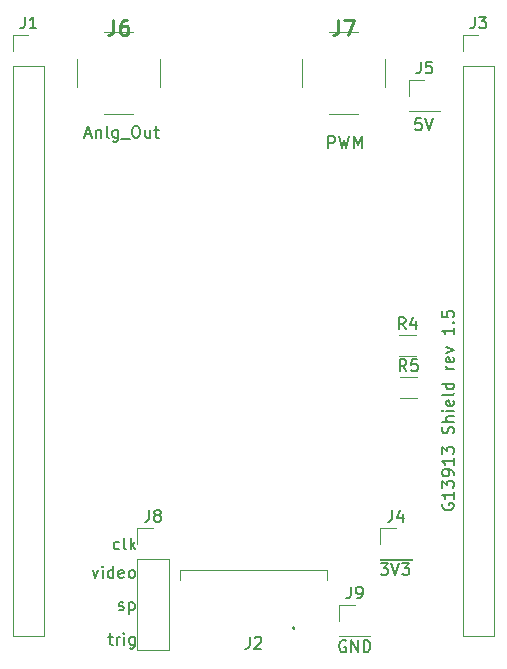
<source format=gbr>
%TF.GenerationSoftware,KiCad,Pcbnew,(5.1.9)-1*%
%TF.CreationDate,2021-08-30T10:52:12+01:00*%
%TF.ProjectId,projecto1,70726f6a-6563-4746-9f31-2e6b69636164,1.5*%
%TF.SameCoordinates,Original*%
%TF.FileFunction,Legend,Top*%
%TF.FilePolarity,Positive*%
%FSLAX46Y46*%
G04 Gerber Fmt 4.6, Leading zero omitted, Abs format (unit mm)*
G04 Created by KiCad (PCBNEW (5.1.9)-1) date 2021-08-30 10:52:12*
%MOMM*%
%LPD*%
G01*
G04 APERTURE LIST*
%ADD10C,0.150000*%
%ADD11C,0.120000*%
%ADD12C,0.200000*%
%ADD13C,0.100000*%
%ADD14C,0.254000*%
G04 APERTURE END LIST*
D10*
X57753404Y-71969380D02*
X58372452Y-71969380D01*
X58039119Y-72350333D01*
X58181976Y-72350333D01*
X58277214Y-72397952D01*
X58324833Y-72445571D01*
X58372452Y-72540809D01*
X58372452Y-72778904D01*
X58324833Y-72874142D01*
X58277214Y-72921761D01*
X58181976Y-72969380D01*
X57896261Y-72969380D01*
X57801023Y-72921761D01*
X57753404Y-72874142D01*
X58658166Y-71969380D02*
X58991500Y-72969380D01*
X59324833Y-71969380D01*
X59562928Y-71969380D02*
X60181976Y-71969380D01*
X59848642Y-72350333D01*
X59991500Y-72350333D01*
X60086738Y-72397952D01*
X60134357Y-72445571D01*
X60181976Y-72540809D01*
X60181976Y-72778904D01*
X60134357Y-72874142D01*
X60086738Y-72921761D01*
X59991500Y-72969380D01*
X59705785Y-72969380D01*
X59610547Y-72921761D01*
X59562928Y-72874142D01*
X35639428Y-70762761D02*
X35544190Y-70810380D01*
X35353714Y-70810380D01*
X35258476Y-70762761D01*
X35210857Y-70715142D01*
X35163238Y-70619904D01*
X35163238Y-70334190D01*
X35210857Y-70238952D01*
X35258476Y-70191333D01*
X35353714Y-70143714D01*
X35544190Y-70143714D01*
X35639428Y-70191333D01*
X36210857Y-70810380D02*
X36115619Y-70762761D01*
X36068000Y-70667523D01*
X36068000Y-69810380D01*
X36591809Y-70810380D02*
X36591809Y-69810380D01*
X36687047Y-70429428D02*
X36972761Y-70810380D01*
X36972761Y-70143714D02*
X36591809Y-70524666D01*
X63000000Y-66935952D02*
X62952380Y-67031190D01*
X62952380Y-67174047D01*
X63000000Y-67316904D01*
X63095238Y-67412142D01*
X63190476Y-67459761D01*
X63380952Y-67507380D01*
X63523809Y-67507380D01*
X63714285Y-67459761D01*
X63809523Y-67412142D01*
X63904761Y-67316904D01*
X63952380Y-67174047D01*
X63952380Y-67078809D01*
X63904761Y-66935952D01*
X63857142Y-66888333D01*
X63523809Y-66888333D01*
X63523809Y-67078809D01*
X63952380Y-65935952D02*
X63952380Y-66507380D01*
X63952380Y-66221666D02*
X62952380Y-66221666D01*
X63095238Y-66316904D01*
X63190476Y-66412142D01*
X63238095Y-66507380D01*
X62952380Y-65602619D02*
X62952380Y-64983571D01*
X63333333Y-65316904D01*
X63333333Y-65174047D01*
X63380952Y-65078809D01*
X63428571Y-65031190D01*
X63523809Y-64983571D01*
X63761904Y-64983571D01*
X63857142Y-65031190D01*
X63904761Y-65078809D01*
X63952380Y-65174047D01*
X63952380Y-65459761D01*
X63904761Y-65555000D01*
X63857142Y-65602619D01*
X63952380Y-64507380D02*
X63952380Y-64316904D01*
X63904761Y-64221666D01*
X63857142Y-64174047D01*
X63714285Y-64078809D01*
X63523809Y-64031190D01*
X63142857Y-64031190D01*
X63047619Y-64078809D01*
X63000000Y-64126428D01*
X62952380Y-64221666D01*
X62952380Y-64412142D01*
X63000000Y-64507380D01*
X63047619Y-64555000D01*
X63142857Y-64602619D01*
X63380952Y-64602619D01*
X63476190Y-64555000D01*
X63523809Y-64507380D01*
X63571428Y-64412142D01*
X63571428Y-64221666D01*
X63523809Y-64126428D01*
X63476190Y-64078809D01*
X63380952Y-64031190D01*
X63952380Y-63078809D02*
X63952380Y-63650238D01*
X63952380Y-63364523D02*
X62952380Y-63364523D01*
X63095238Y-63459761D01*
X63190476Y-63555000D01*
X63238095Y-63650238D01*
X62952380Y-62745476D02*
X62952380Y-62126428D01*
X63333333Y-62459761D01*
X63333333Y-62316904D01*
X63380952Y-62221666D01*
X63428571Y-62174047D01*
X63523809Y-62126428D01*
X63761904Y-62126428D01*
X63857142Y-62174047D01*
X63904761Y-62221666D01*
X63952380Y-62316904D01*
X63952380Y-62602619D01*
X63904761Y-62697857D01*
X63857142Y-62745476D01*
X63904761Y-60983571D02*
X63952380Y-60840714D01*
X63952380Y-60602619D01*
X63904761Y-60507380D01*
X63857142Y-60459761D01*
X63761904Y-60412142D01*
X63666666Y-60412142D01*
X63571428Y-60459761D01*
X63523809Y-60507380D01*
X63476190Y-60602619D01*
X63428571Y-60793095D01*
X63380952Y-60888333D01*
X63333333Y-60935952D01*
X63238095Y-60983571D01*
X63142857Y-60983571D01*
X63047619Y-60935952D01*
X63000000Y-60888333D01*
X62952380Y-60793095D01*
X62952380Y-60555000D01*
X63000000Y-60412142D01*
X63952380Y-59983571D02*
X62952380Y-59983571D01*
X63952380Y-59555000D02*
X63428571Y-59555000D01*
X63333333Y-59602619D01*
X63285714Y-59697857D01*
X63285714Y-59840714D01*
X63333333Y-59935952D01*
X63380952Y-59983571D01*
X63952380Y-59078809D02*
X63285714Y-59078809D01*
X62952380Y-59078809D02*
X63000000Y-59126428D01*
X63047619Y-59078809D01*
X63000000Y-59031190D01*
X62952380Y-59078809D01*
X63047619Y-59078809D01*
X63904761Y-58221666D02*
X63952380Y-58316904D01*
X63952380Y-58507380D01*
X63904761Y-58602619D01*
X63809523Y-58650238D01*
X63428571Y-58650238D01*
X63333333Y-58602619D01*
X63285714Y-58507380D01*
X63285714Y-58316904D01*
X63333333Y-58221666D01*
X63428571Y-58174047D01*
X63523809Y-58174047D01*
X63619047Y-58650238D01*
X63952380Y-57602619D02*
X63904761Y-57697857D01*
X63809523Y-57745476D01*
X62952380Y-57745476D01*
X63952380Y-56793095D02*
X62952380Y-56793095D01*
X63904761Y-56793095D02*
X63952380Y-56888333D01*
X63952380Y-57078809D01*
X63904761Y-57174047D01*
X63857142Y-57221666D01*
X63761904Y-57269285D01*
X63476190Y-57269285D01*
X63380952Y-57221666D01*
X63333333Y-57174047D01*
X63285714Y-57078809D01*
X63285714Y-56888333D01*
X63333333Y-56793095D01*
X63952380Y-55555000D02*
X63285714Y-55555000D01*
X63476190Y-55555000D02*
X63380952Y-55507380D01*
X63333333Y-55459761D01*
X63285714Y-55364523D01*
X63285714Y-55269285D01*
X63904761Y-54555000D02*
X63952380Y-54650238D01*
X63952380Y-54840714D01*
X63904761Y-54935952D01*
X63809523Y-54983571D01*
X63428571Y-54983571D01*
X63333333Y-54935952D01*
X63285714Y-54840714D01*
X63285714Y-54650238D01*
X63333333Y-54555000D01*
X63428571Y-54507380D01*
X63523809Y-54507380D01*
X63619047Y-54983571D01*
X63285714Y-54174047D02*
X63952380Y-53935952D01*
X63285714Y-53697857D01*
X63952380Y-52031190D02*
X63952380Y-52602619D01*
X63952380Y-52316904D02*
X62952380Y-52316904D01*
X63095238Y-52412142D01*
X63190476Y-52507380D01*
X63238095Y-52602619D01*
X63857142Y-51602619D02*
X63904761Y-51555000D01*
X63952380Y-51602619D01*
X63904761Y-51650238D01*
X63857142Y-51602619D01*
X63952380Y-51602619D01*
X62952380Y-50650238D02*
X62952380Y-51126428D01*
X63428571Y-51174047D01*
X63380952Y-51126428D01*
X63333333Y-51031190D01*
X63333333Y-50793095D01*
X63380952Y-50697857D01*
X63428571Y-50650238D01*
X63523809Y-50602619D01*
X63761904Y-50602619D01*
X63857142Y-50650238D01*
X63904761Y-50697857D01*
X63952380Y-50793095D01*
X63952380Y-51031190D01*
X63904761Y-51126428D01*
X63857142Y-51174047D01*
X32766380Y-35663166D02*
X33242571Y-35663166D01*
X32671142Y-35948880D02*
X33004476Y-34948880D01*
X33337809Y-35948880D01*
X33671142Y-35282214D02*
X33671142Y-35948880D01*
X33671142Y-35377452D02*
X33718761Y-35329833D01*
X33814000Y-35282214D01*
X33956857Y-35282214D01*
X34052095Y-35329833D01*
X34099714Y-35425071D01*
X34099714Y-35948880D01*
X34718761Y-35948880D02*
X34623523Y-35901261D01*
X34575904Y-35806023D01*
X34575904Y-34948880D01*
X35528285Y-35282214D02*
X35528285Y-36091738D01*
X35480666Y-36186976D01*
X35433047Y-36234595D01*
X35337809Y-36282214D01*
X35194952Y-36282214D01*
X35099714Y-36234595D01*
X35528285Y-35901261D02*
X35433047Y-35948880D01*
X35242571Y-35948880D01*
X35147333Y-35901261D01*
X35099714Y-35853642D01*
X35052095Y-35758404D01*
X35052095Y-35472690D01*
X35099714Y-35377452D01*
X35147333Y-35329833D01*
X35242571Y-35282214D01*
X35433047Y-35282214D01*
X35528285Y-35329833D01*
X35766380Y-36044119D02*
X36528285Y-36044119D01*
X36956857Y-34948880D02*
X37147333Y-34948880D01*
X37242571Y-34996500D01*
X37337809Y-35091738D01*
X37385428Y-35282214D01*
X37385428Y-35615547D01*
X37337809Y-35806023D01*
X37242571Y-35901261D01*
X37147333Y-35948880D01*
X36956857Y-35948880D01*
X36861619Y-35901261D01*
X36766380Y-35806023D01*
X36718761Y-35615547D01*
X36718761Y-35282214D01*
X36766380Y-35091738D01*
X36861619Y-34996500D01*
X36956857Y-34948880D01*
X38242571Y-35282214D02*
X38242571Y-35948880D01*
X37814000Y-35282214D02*
X37814000Y-35806023D01*
X37861619Y-35901261D01*
X37956857Y-35948880D01*
X38099714Y-35948880D01*
X38194952Y-35901261D01*
X38242571Y-35853642D01*
X38575904Y-35282214D02*
X38956857Y-35282214D01*
X38718761Y-34948880D02*
X38718761Y-35806023D01*
X38766380Y-35901261D01*
X38861619Y-35948880D01*
X38956857Y-35948880D01*
X53332238Y-36837880D02*
X53332238Y-35837880D01*
X53713190Y-35837880D01*
X53808428Y-35885500D01*
X53856047Y-35933119D01*
X53903666Y-36028357D01*
X53903666Y-36171214D01*
X53856047Y-36266452D01*
X53808428Y-36314071D01*
X53713190Y-36361690D01*
X53332238Y-36361690D01*
X54237000Y-35837880D02*
X54475095Y-36837880D01*
X54665571Y-36123595D01*
X54856047Y-36837880D01*
X55094142Y-35837880D01*
X55475095Y-36837880D02*
X55475095Y-35837880D01*
X55808428Y-36552166D01*
X56141761Y-35837880D01*
X56141761Y-36837880D01*
X54800595Y-78557500D02*
X54705357Y-78509880D01*
X54562500Y-78509880D01*
X54419642Y-78557500D01*
X54324404Y-78652738D01*
X54276785Y-78747976D01*
X54229166Y-78938452D01*
X54229166Y-79081309D01*
X54276785Y-79271785D01*
X54324404Y-79367023D01*
X54419642Y-79462261D01*
X54562500Y-79509880D01*
X54657738Y-79509880D01*
X54800595Y-79462261D01*
X54848214Y-79414642D01*
X54848214Y-79081309D01*
X54657738Y-79081309D01*
X55276785Y-79509880D02*
X55276785Y-78509880D01*
X55848214Y-79509880D01*
X55848214Y-78509880D01*
X56324404Y-79509880D02*
X56324404Y-78509880D01*
X56562500Y-78509880D01*
X56705357Y-78557500D01*
X56800595Y-78652738D01*
X56848214Y-78747976D01*
X56895833Y-78938452D01*
X56895833Y-79081309D01*
X56848214Y-79271785D01*
X56800595Y-79367023D01*
X56705357Y-79462261D01*
X56562500Y-79509880D01*
X56324404Y-79509880D01*
X61214023Y-34313880D02*
X60737833Y-34313880D01*
X60690214Y-34790071D01*
X60737833Y-34742452D01*
X60833071Y-34694833D01*
X61071166Y-34694833D01*
X61166404Y-34742452D01*
X61214023Y-34790071D01*
X61261642Y-34885309D01*
X61261642Y-35123404D01*
X61214023Y-35218642D01*
X61166404Y-35266261D01*
X61071166Y-35313880D01*
X60833071Y-35313880D01*
X60737833Y-35266261D01*
X60690214Y-35218642D01*
X61547357Y-34313880D02*
X61880690Y-35313880D01*
X62214023Y-34313880D01*
X34687023Y-78208214D02*
X35067976Y-78208214D01*
X34829880Y-77874880D02*
X34829880Y-78732023D01*
X34877500Y-78827261D01*
X34972738Y-78874880D01*
X35067976Y-78874880D01*
X35401309Y-78874880D02*
X35401309Y-78208214D01*
X35401309Y-78398690D02*
X35448928Y-78303452D01*
X35496547Y-78255833D01*
X35591785Y-78208214D01*
X35687023Y-78208214D01*
X36020357Y-78874880D02*
X36020357Y-78208214D01*
X36020357Y-77874880D02*
X35972738Y-77922500D01*
X36020357Y-77970119D01*
X36067976Y-77922500D01*
X36020357Y-77874880D01*
X36020357Y-77970119D01*
X36925119Y-78208214D02*
X36925119Y-79017738D01*
X36877500Y-79112976D01*
X36829880Y-79160595D01*
X36734642Y-79208214D01*
X36591785Y-79208214D01*
X36496547Y-79160595D01*
X36925119Y-78827261D02*
X36829880Y-78874880D01*
X36639404Y-78874880D01*
X36544166Y-78827261D01*
X36496547Y-78779642D01*
X36448928Y-78684404D01*
X36448928Y-78398690D01*
X36496547Y-78303452D01*
X36544166Y-78255833D01*
X36639404Y-78208214D01*
X36829880Y-78208214D01*
X36925119Y-78255833D01*
X35591833Y-75906261D02*
X35687071Y-75953880D01*
X35877547Y-75953880D01*
X35972785Y-75906261D01*
X36020404Y-75811023D01*
X36020404Y-75763404D01*
X35972785Y-75668166D01*
X35877547Y-75620547D01*
X35734690Y-75620547D01*
X35639452Y-75572928D01*
X35591833Y-75477690D01*
X35591833Y-75430071D01*
X35639452Y-75334833D01*
X35734690Y-75287214D01*
X35877547Y-75287214D01*
X35972785Y-75334833D01*
X36448976Y-75287214D02*
X36448976Y-76287214D01*
X36448976Y-75334833D02*
X36544214Y-75287214D01*
X36734690Y-75287214D01*
X36829928Y-75334833D01*
X36877547Y-75382452D01*
X36925166Y-75477690D01*
X36925166Y-75763404D01*
X36877547Y-75858642D01*
X36829928Y-75906261D01*
X36734690Y-75953880D01*
X36544214Y-75953880D01*
X36448976Y-75906261D01*
X33369476Y-72556714D02*
X33607571Y-73223380D01*
X33845666Y-72556714D01*
X34226619Y-73223380D02*
X34226619Y-72556714D01*
X34226619Y-72223380D02*
X34179000Y-72271000D01*
X34226619Y-72318619D01*
X34274238Y-72271000D01*
X34226619Y-72223380D01*
X34226619Y-72318619D01*
X35131380Y-73223380D02*
X35131380Y-72223380D01*
X35131380Y-73175761D02*
X35036142Y-73223380D01*
X34845666Y-73223380D01*
X34750428Y-73175761D01*
X34702809Y-73128142D01*
X34655190Y-73032904D01*
X34655190Y-72747190D01*
X34702809Y-72651952D01*
X34750428Y-72604333D01*
X34845666Y-72556714D01*
X35036142Y-72556714D01*
X35131380Y-72604333D01*
X35988523Y-73175761D02*
X35893285Y-73223380D01*
X35702809Y-73223380D01*
X35607571Y-73175761D01*
X35559952Y-73080523D01*
X35559952Y-72699571D01*
X35607571Y-72604333D01*
X35702809Y-72556714D01*
X35893285Y-72556714D01*
X35988523Y-72604333D01*
X36036142Y-72699571D01*
X36036142Y-72794809D01*
X35559952Y-72890047D01*
X36607571Y-73223380D02*
X36512333Y-73175761D01*
X36464714Y-73128142D01*
X36417095Y-73032904D01*
X36417095Y-72747190D01*
X36464714Y-72651952D01*
X36512333Y-72604333D01*
X36607571Y-72556714D01*
X36750428Y-72556714D01*
X36845666Y-72604333D01*
X36893285Y-72651952D01*
X36940904Y-72747190D01*
X36940904Y-73032904D01*
X36893285Y-73128142D01*
X36845666Y-73175761D01*
X36750428Y-73223380D01*
X36607571Y-73223380D01*
D11*
%TO.C,J4*%
X57725000Y-71688000D02*
X60385000Y-71688000D01*
X57725000Y-71628000D02*
X57725000Y-71688000D01*
X60385000Y-71628000D02*
X60385000Y-71688000D01*
X57725000Y-71628000D02*
X60385000Y-71628000D01*
X57725000Y-70358000D02*
X57725000Y-69028000D01*
X57725000Y-69028000D02*
X59055000Y-69028000D01*
D12*
%TO.C,J2*%
X50390000Y-77557000D02*
G75*
G02*
X50390000Y-77357000I0J100000D01*
G01*
X50390000Y-77357000D02*
G75*
G02*
X50390000Y-77557000I0J-100000D01*
G01*
X50390000Y-77557000D02*
X50390000Y-77557000D01*
X50390000Y-77357000D02*
X50390000Y-77357000D01*
D13*
X53190000Y-73357000D02*
X53190000Y-72557000D01*
X53190000Y-72557000D02*
X40790000Y-72557000D01*
X40790000Y-72557000D02*
X40790000Y-73357000D01*
D11*
%TO.C,J8*%
X37151000Y-69028000D02*
X38481000Y-69028000D01*
X37151000Y-70358000D02*
X37151000Y-69028000D01*
X37151000Y-71628000D02*
X39811000Y-71628000D01*
X39811000Y-71628000D02*
X39811000Y-79308000D01*
X37151000Y-71628000D02*
X37151000Y-79308000D01*
X37151000Y-79308000D02*
X39811000Y-79308000D01*
%TO.C,R5*%
X59381436Y-56176500D02*
X60835564Y-56176500D01*
X59381436Y-57996500D02*
X60835564Y-57996500D01*
%TO.C,R4*%
X59306436Y-52620500D02*
X60760564Y-52620500D01*
X59306436Y-54440500D02*
X60760564Y-54440500D01*
%TO.C,J5*%
X60138000Y-33715000D02*
X62798000Y-33715000D01*
X60138000Y-33655000D02*
X60138000Y-33715000D01*
X62798000Y-33655000D02*
X62798000Y-33715000D01*
X60138000Y-33655000D02*
X62798000Y-33655000D01*
X60138000Y-32385000D02*
X60138000Y-31055000D01*
X60138000Y-31055000D02*
X61468000Y-31055000D01*
%TO.C,J9*%
X54232500Y-78165000D02*
X56892500Y-78165000D01*
X54232500Y-78105000D02*
X54232500Y-78165000D01*
X56892500Y-78105000D02*
X56892500Y-78165000D01*
X54232500Y-78105000D02*
X56892500Y-78105000D01*
X54232500Y-76835000D02*
X54232500Y-75505000D01*
X54232500Y-75505000D02*
X55562500Y-75505000D01*
D13*
%TO.C,J7*%
X53410000Y-26980000D02*
X55810000Y-26980000D01*
X58110000Y-31680000D02*
X58110000Y-29280000D01*
X53410000Y-33980000D02*
X55810000Y-33980000D01*
X51110000Y-29280000D02*
X51110000Y-31680000D01*
%TO.C,J6*%
X32060000Y-29280000D02*
X32060000Y-31680000D01*
X34360000Y-33980000D02*
X36760000Y-33980000D01*
X39060000Y-31680000D02*
X39060000Y-29280000D01*
X34360000Y-26980000D02*
X36760000Y-26980000D01*
D11*
%TO.C,J3*%
X64710000Y-78165000D02*
X67370000Y-78165000D01*
X64710000Y-29845000D02*
X64710000Y-78165000D01*
X67370000Y-29845000D02*
X67370000Y-78165000D01*
X64710000Y-29845000D02*
X67370000Y-29845000D01*
X64710000Y-28575000D02*
X64710000Y-27245000D01*
X64710000Y-27245000D02*
X66040000Y-27245000D01*
%TO.C,J1*%
X26610000Y-78165000D02*
X29270000Y-78165000D01*
X26610000Y-29845000D02*
X26610000Y-78165000D01*
X29270000Y-29845000D02*
X29270000Y-78165000D01*
X26610000Y-29845000D02*
X29270000Y-29845000D01*
X26610000Y-28575000D02*
X26610000Y-27245000D01*
X26610000Y-27245000D02*
X27940000Y-27245000D01*
%TO.C,J4*%
D10*
X58721666Y-67480380D02*
X58721666Y-68194666D01*
X58674047Y-68337523D01*
X58578809Y-68432761D01*
X58435952Y-68480380D01*
X58340714Y-68480380D01*
X59626428Y-67813714D02*
X59626428Y-68480380D01*
X59388333Y-67432761D02*
X59150238Y-68147047D01*
X59769285Y-68147047D01*
%TO.C,J2*%
X46656666Y-78209380D02*
X46656666Y-78923666D01*
X46609047Y-79066523D01*
X46513809Y-79161761D01*
X46370952Y-79209380D01*
X46275714Y-79209380D01*
X47085238Y-78304619D02*
X47132857Y-78257000D01*
X47228095Y-78209380D01*
X47466190Y-78209380D01*
X47561428Y-78257000D01*
X47609047Y-78304619D01*
X47656666Y-78399857D01*
X47656666Y-78495095D01*
X47609047Y-78637952D01*
X47037619Y-79209380D01*
X47656666Y-79209380D01*
%TO.C,J8*%
X38147666Y-67480380D02*
X38147666Y-68194666D01*
X38100047Y-68337523D01*
X38004809Y-68432761D01*
X37861952Y-68480380D01*
X37766714Y-68480380D01*
X38766714Y-67908952D02*
X38671476Y-67861333D01*
X38623857Y-67813714D01*
X38576238Y-67718476D01*
X38576238Y-67670857D01*
X38623857Y-67575619D01*
X38671476Y-67528000D01*
X38766714Y-67480380D01*
X38957190Y-67480380D01*
X39052428Y-67528000D01*
X39100047Y-67575619D01*
X39147666Y-67670857D01*
X39147666Y-67718476D01*
X39100047Y-67813714D01*
X39052428Y-67861333D01*
X38957190Y-67908952D01*
X38766714Y-67908952D01*
X38671476Y-67956571D01*
X38623857Y-68004190D01*
X38576238Y-68099428D01*
X38576238Y-68289904D01*
X38623857Y-68385142D01*
X38671476Y-68432761D01*
X38766714Y-68480380D01*
X38957190Y-68480380D01*
X39052428Y-68432761D01*
X39100047Y-68385142D01*
X39147666Y-68289904D01*
X39147666Y-68099428D01*
X39100047Y-68004190D01*
X39052428Y-67956571D01*
X38957190Y-67908952D01*
%TO.C,R5*%
X59941833Y-55718880D02*
X59608500Y-55242690D01*
X59370404Y-55718880D02*
X59370404Y-54718880D01*
X59751357Y-54718880D01*
X59846595Y-54766500D01*
X59894214Y-54814119D01*
X59941833Y-54909357D01*
X59941833Y-55052214D01*
X59894214Y-55147452D01*
X59846595Y-55195071D01*
X59751357Y-55242690D01*
X59370404Y-55242690D01*
X60846595Y-54718880D02*
X60370404Y-54718880D01*
X60322785Y-55195071D01*
X60370404Y-55147452D01*
X60465642Y-55099833D01*
X60703738Y-55099833D01*
X60798976Y-55147452D01*
X60846595Y-55195071D01*
X60894214Y-55290309D01*
X60894214Y-55528404D01*
X60846595Y-55623642D01*
X60798976Y-55671261D01*
X60703738Y-55718880D01*
X60465642Y-55718880D01*
X60370404Y-55671261D01*
X60322785Y-55623642D01*
%TO.C,R4*%
X59866833Y-52162880D02*
X59533500Y-51686690D01*
X59295404Y-52162880D02*
X59295404Y-51162880D01*
X59676357Y-51162880D01*
X59771595Y-51210500D01*
X59819214Y-51258119D01*
X59866833Y-51353357D01*
X59866833Y-51496214D01*
X59819214Y-51591452D01*
X59771595Y-51639071D01*
X59676357Y-51686690D01*
X59295404Y-51686690D01*
X60723976Y-51496214D02*
X60723976Y-52162880D01*
X60485880Y-51115261D02*
X60247785Y-51829547D01*
X60866833Y-51829547D01*
%TO.C,J5*%
X61134666Y-29507380D02*
X61134666Y-30221666D01*
X61087047Y-30364523D01*
X60991809Y-30459761D01*
X60848952Y-30507380D01*
X60753714Y-30507380D01*
X62087047Y-29507380D02*
X61610857Y-29507380D01*
X61563238Y-29983571D01*
X61610857Y-29935952D01*
X61706095Y-29888333D01*
X61944190Y-29888333D01*
X62039428Y-29935952D01*
X62087047Y-29983571D01*
X62134666Y-30078809D01*
X62134666Y-30316904D01*
X62087047Y-30412142D01*
X62039428Y-30459761D01*
X61944190Y-30507380D01*
X61706095Y-30507380D01*
X61610857Y-30459761D01*
X61563238Y-30412142D01*
%TO.C,J9*%
X55229166Y-73957380D02*
X55229166Y-74671666D01*
X55181547Y-74814523D01*
X55086309Y-74909761D01*
X54943452Y-74957380D01*
X54848214Y-74957380D01*
X55752976Y-74957380D02*
X55943452Y-74957380D01*
X56038690Y-74909761D01*
X56086309Y-74862142D01*
X56181547Y-74719285D01*
X56229166Y-74528809D01*
X56229166Y-74147857D01*
X56181547Y-74052619D01*
X56133928Y-74005000D01*
X56038690Y-73957380D01*
X55848214Y-73957380D01*
X55752976Y-74005000D01*
X55705357Y-74052619D01*
X55657738Y-74147857D01*
X55657738Y-74385952D01*
X55705357Y-74481190D01*
X55752976Y-74528809D01*
X55848214Y-74576428D01*
X56038690Y-74576428D01*
X56133928Y-74528809D01*
X56181547Y-74481190D01*
X56229166Y-74385952D01*
%TO.C,J7*%
D14*
X54186666Y-25984523D02*
X54186666Y-26891666D01*
X54126190Y-27073095D01*
X54005238Y-27194047D01*
X53823809Y-27254523D01*
X53702857Y-27254523D01*
X54670476Y-25984523D02*
X55517142Y-25984523D01*
X54972857Y-27254523D01*
%TO.C,J6*%
X35136666Y-25984523D02*
X35136666Y-26891666D01*
X35076190Y-27073095D01*
X34955238Y-27194047D01*
X34773809Y-27254523D01*
X34652857Y-27254523D01*
X36285714Y-25984523D02*
X36043809Y-25984523D01*
X35922857Y-26045000D01*
X35862380Y-26105476D01*
X35741428Y-26286904D01*
X35680952Y-26528809D01*
X35680952Y-27012619D01*
X35741428Y-27133571D01*
X35801904Y-27194047D01*
X35922857Y-27254523D01*
X36164761Y-27254523D01*
X36285714Y-27194047D01*
X36346190Y-27133571D01*
X36406666Y-27012619D01*
X36406666Y-26710238D01*
X36346190Y-26589285D01*
X36285714Y-26528809D01*
X36164761Y-26468333D01*
X35922857Y-26468333D01*
X35801904Y-26528809D01*
X35741428Y-26589285D01*
X35680952Y-26710238D01*
%TO.C,J3*%
D10*
X65706666Y-25697380D02*
X65706666Y-26411666D01*
X65659047Y-26554523D01*
X65563809Y-26649761D01*
X65420952Y-26697380D01*
X65325714Y-26697380D01*
X66087619Y-25697380D02*
X66706666Y-25697380D01*
X66373333Y-26078333D01*
X66516190Y-26078333D01*
X66611428Y-26125952D01*
X66659047Y-26173571D01*
X66706666Y-26268809D01*
X66706666Y-26506904D01*
X66659047Y-26602142D01*
X66611428Y-26649761D01*
X66516190Y-26697380D01*
X66230476Y-26697380D01*
X66135238Y-26649761D01*
X66087619Y-26602142D01*
%TO.C,J1*%
X27606666Y-25697380D02*
X27606666Y-26411666D01*
X27559047Y-26554523D01*
X27463809Y-26649761D01*
X27320952Y-26697380D01*
X27225714Y-26697380D01*
X28606666Y-26697380D02*
X28035238Y-26697380D01*
X28320952Y-26697380D02*
X28320952Y-25697380D01*
X28225714Y-25840238D01*
X28130476Y-25935476D01*
X28035238Y-25983095D01*
%TD*%
M02*

</source>
